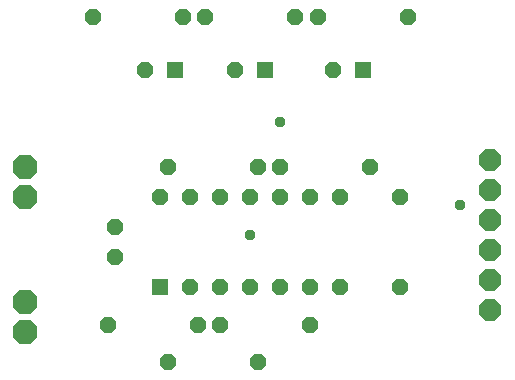
<source format=gts>
G04 EAGLE Gerber RS-274X export*
G75*
%MOMM*%
%FSLAX34Y34*%
%LPD*%
%INSoldermask Top*%
%IPPOS*%
%AMOC8*
5,1,8,0,0,1.08239X$1,22.5*%
G01*
%ADD10P,1.517511X8X112.500000*%
%ADD11P,1.517511X8X22.500000*%
%ADD12R,1.402000X1.402000*%
%ADD13P,1.436332X8X22.500000*%
%ADD14R,1.327000X1.327000*%
%ADD15P,2.226909X8X292.500000*%
%ADD16P,2.061953X8X112.500000*%
%ADD17P,1.436332X8X202.500000*%
%ADD18P,1.436332X8X112.500000*%
%ADD19C,0.952000*%


D10*
X95250Y107950D03*
X95250Y133350D03*
D11*
X120650Y266700D03*
D12*
X146050Y266700D03*
D11*
X279400Y266700D03*
D12*
X304800Y266700D03*
D11*
X196850Y266700D03*
D12*
X222250Y266700D03*
D13*
X209550Y82550D03*
X184150Y82550D03*
X158750Y82550D03*
D14*
X133350Y82550D03*
D13*
X234950Y82550D03*
X260350Y82550D03*
X285750Y82550D03*
X285750Y158750D03*
X260350Y158750D03*
X234950Y158750D03*
X209550Y158750D03*
X184150Y158750D03*
X158750Y158750D03*
X133350Y158750D03*
D15*
X19050Y158750D03*
X19050Y184150D03*
X19050Y44450D03*
X19050Y69850D03*
D16*
X412750Y114300D03*
X412750Y88900D03*
X412750Y63500D03*
X412750Y139700D03*
X412750Y165100D03*
X412750Y190500D03*
D13*
X139700Y19050D03*
X215900Y19050D03*
X184150Y50800D03*
X260350Y50800D03*
X88900Y50800D03*
X165100Y50800D03*
X76200Y311150D03*
X152400Y311150D03*
D17*
X215900Y184150D03*
X139700Y184150D03*
D18*
X336550Y82550D03*
X336550Y158750D03*
D13*
X234950Y184150D03*
X311150Y184150D03*
X266700Y311150D03*
X342900Y311150D03*
X171450Y311150D03*
X247650Y311150D03*
D19*
X209550Y127000D03*
X387350Y152400D03*
X234950Y222250D03*
M02*

</source>
